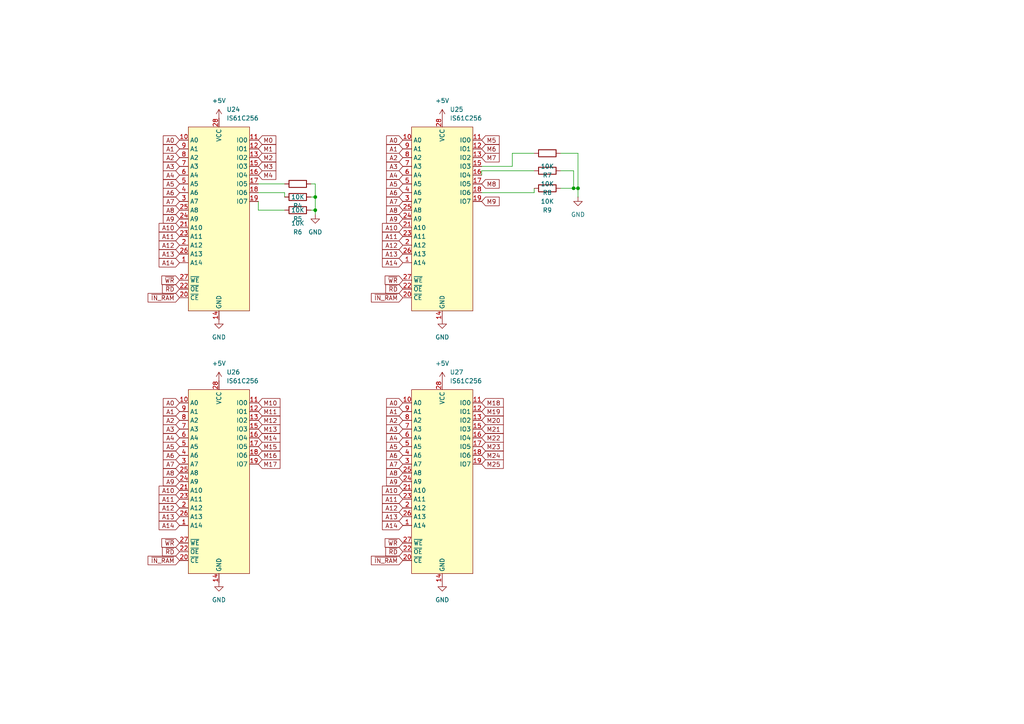
<source format=kicad_sch>
(kicad_sch (version 20250114) (generator "eeschema") (generator_version "9.0")
  (paper "A4")
  (lib_symbols
    (symbol "Device:R" (pin_numbers (hide yes)) (pin_names (offset 0))
      (property "Reference" "R" (at 2.032 0 90))
      (property "Value" "R" (at 0 0 90))
      (symbol "R_0_1"
        (rectangle (start -1.016 -2.54) (end 1.016 2.54) (stroke (width 0.254)))
      )
      (symbol "R_1_1"
        (pin passive line (at 0 3.81 270) (length 1.27) (name "~") (number "1"))
        (pin passive line (at 0 -3.81 90) (length 1.27) (name "~") (number "2"))
      )
    )
    (symbol "TholinsStuff:IS61C256"
      (property "Reference" "U" (at 2.54 -3.81 0))
      (property "Value" "IS61C256" (at 6.35 -6.35 0))
      (symbol "IS61C256_0_1"
        (rectangle (start -8.89 -7.62) (end 8.89 -60.96) (fill (type background)))
      )
      (symbol "IS61C256_1_1"
        (pin input line (at -11.43 -11.43 0) (length 2.54) (name "A0") (number "10"))
        (pin input line (at -11.43 -13.97 0) (length 2.54) (name "A1") (number "9"))
        (pin input line (at -11.43 -16.51 0) (length 2.54) (name "A2") (number "8"))
        (pin input line (at -11.43 -19.05 0) (length 2.54) (name "A3") (number "7"))
        (pin input line (at -11.43 -21.59 0) (length 2.54) (name "A4") (number "6"))
        (pin input line (at -11.43 -24.13 0) (length 2.54) (name "A5") (number "5"))
        (pin input line (at -11.43 -26.67 0) (length 2.54) (name "A6") (number "4"))
        (pin input line (at -11.43 -29.21 0) (length 2.54) (name "A7") (number "3"))
        (pin input line (at -11.43 -31.75 0) (length 2.54) (name "A8") (number "25"))
        (pin input line (at -11.43 -34.29 0) (length 2.54) (name "A9") (number "24"))
        (pin input line (at -11.43 -36.83 0) (length 2.54) (name "A10") (number "21"))
        (pin input line (at -11.43 -39.37 0) (length 2.54) (name "A11") (number "23"))
        (pin input line (at -11.43 -41.91 0) (length 2.54) (name "A12") (number "2"))
        (pin input line (at -11.43 -44.45 0) (length 2.54) (name "A13") (number "26"))
        (pin input line (at -11.43 -46.99 0) (length 2.54) (name "A14") (number "1"))
        (pin input line (at -11.43 -52.07 0) (length 2.54) (name "~{WE}") (number "27"))
        (pin input line (at -11.43 -54.61 0) (length 2.54) (name "~{OE}") (number "22"))
        (pin input line (at -11.43 -57.15 0) (length 2.54) (name "~{CE}") (number "20"))
        (pin input line (at 0 -5.08 270) (length 2.54) (name "VCC") (number "28"))
        (pin input line (at 0 -63.5 90) (length 2.54) (name "GND") (number "14"))
        (pin bidirectional line (at 11.43 -11.43 180) (length 2.54) (name "IO0") (number "11"))
        (pin bidirectional line (at 11.43 -13.97 180) (length 2.54) (name "IO1") (number "12"))
        (pin bidirectional line (at 11.43 -16.51 180) (length 2.54) (name "IO2") (number "13"))
        (pin bidirectional line (at 11.43 -19.05 180) (length 2.54) (name "IO3") (number "15"))
        (pin bidirectional line (at 11.43 -21.59 180) (length 2.54) (name "IO4") (number "16"))
        (pin bidirectional line (at 11.43 -24.13 180) (length 2.54) (name "IO5") (number "17"))
        (pin bidirectional line (at 11.43 -26.67 180) (length 2.54) (name "IO6") (number "18"))
        (pin bidirectional line (at 11.43 -29.21 180) (length 2.54) (name "IO7") (number "19"))
      )
    )
    (symbol "power:+5V" (power) (pin_numbers (hide yes)) (pin_names (offset 0) (hide yes))
      (property "Value" "+5V" (at 0 3.556 0))
      (symbol "+5V_0_1"
        (polyline (pts (xy -0.762 1.27) (xy 0 2.54)))
        (polyline (pts (xy 0 2.54) (xy 0.762 1.27)))
        (polyline (pts (xy 0 0) (xy 0 2.54)))
      )
      (symbol "+5V_1_1"
        (pin power_in line (at 0 0 90) (length 0) (name "~") (number "1"))
      )
    )
    (symbol "power:GND" (power) (pin_numbers (hide yes)) (pin_names (offset 0) (hide yes))
      (property "Value" "GND" (at 0 -3.81 0))
      (symbol "GND_0_1"
        (polyline (pts (xy 0 0) (xy 0 -1.27) (xy 1.27 -1.27) (xy 0 -2.54) (xy -1.27 -1.27) (xy 0 -1.27)))
      )
      (symbol "GND_1_1"
        (pin power_in line (at 0 0 270) (length 0) (name "~") (number "1"))
      )
    )
  )
  (junction (at 167.64 54.61))
  (junction (at 166.37 54.61))
  (junction (at 91.44 60.96))
  (junction (at 91.44 57.15))
  (wire (pts (xy 91.44 53.34) (xy 91.44 57.15)))
  (wire (pts (xy 90.17 57.15) (xy 91.44 57.15)))
  (wire (pts (xy 148.59 48.26) (xy 139.7 48.26)))
  (wire (pts (xy 154.94 49.53) (xy 139.7 49.53)))
  (wire (pts (xy 74.93 53.34) (xy 82.55 53.34)))
  (wire (pts (xy 154.94 44.45) (xy 148.59 44.45)))
  (wire (pts (xy 154.94 54.61) (xy 154.94 55.88)))
  (wire (pts (xy 166.37 49.53) (xy 166.37 54.61)))
  (wire (pts (xy 74.93 60.96) (xy 82.55 60.96)))
  (wire (pts (xy 148.59 44.45) (xy 148.59 48.26)))
  (wire (pts (xy 82.55 55.88) (xy 82.55 57.15)))
  (wire (pts (xy 90.17 60.96) (xy 91.44 60.96)))
  (wire (pts (xy 91.44 60.96) (xy 91.44 62.23)))
  (wire (pts (xy 167.64 44.45) (xy 167.64 54.61)))
  (wire (pts (xy 162.56 54.61) (xy 166.37 54.61)))
  (wire (pts (xy 162.56 44.45) (xy 167.64 44.45)))
  (wire (pts (xy 167.64 54.61) (xy 167.64 57.15)))
  (wire (pts (xy 74.93 58.42) (xy 74.93 60.96)))
  (wire (pts (xy 154.94 55.88) (xy 139.7 55.88)))
  (wire (pts (xy 90.17 53.34) (xy 91.44 53.34)))
  (wire (pts (xy 91.44 57.15) (xy 91.44 60.96)))
  (wire (pts (xy 166.37 54.61) (xy 167.64 54.61)))
  (wire (pts (xy 162.56 49.53) (xy 166.37 49.53)))
  (wire (pts (xy 139.7 49.53) (xy 139.7 50.8)))
  (wire (pts (xy 74.93 55.88) (xy 82.55 55.88)))
  (global_label "M14" (shape input) (at 74.93 127 0) (property "Intersheetrefs" "${INTERSHEET_REFS}" (effects (hide yes))))
  (global_label "~{RD}" (shape input) (at 116.84 83.82 180) (property "Intersheetrefs" "${INTERSHEET_REFS}" (effects (hide yes))))
  (global_label "A0" (shape input) (at 116.84 116.84 180) (property "Intersheetrefs" "${INTERSHEET_REFS}" (effects (hide yes))))
  (global_label "M22" (shape input) (at 139.7 127 0) (property "Intersheetrefs" "${INTERSHEET_REFS}" (effects (hide yes))))
  (global_label "M2" (shape input) (at 74.93 45.72 0) (property "Intersheetrefs" "${INTERSHEET_REFS}" (effects (hide yes))))
  (global_label "A9" (shape input) (at 52.07 139.7 180) (property "Intersheetrefs" "${INTERSHEET_REFS}" (effects (hide yes))))
  (global_label "A11" (shape input) (at 116.84 144.78 180) (property "Intersheetrefs" "${INTERSHEET_REFS}" (effects (hide yes))))
  (global_label "A14" (shape input) (at 116.84 152.4 180) (property "Intersheetrefs" "${INTERSHEET_REFS}" (effects (hide yes))))
  (global_label "M25" (shape input) (at 139.7 134.62 0) (property "Intersheetrefs" "${INTERSHEET_REFS}" (effects (hide yes))))
  (global_label "M19" (shape input) (at 139.7 119.38 0) (property "Intersheetrefs" "${INTERSHEET_REFS}" (effects (hide yes))))
  (global_label "A5" (shape input) (at 52.07 53.34 180) (property "Intersheetrefs" "${INTERSHEET_REFS}" (effects (hide yes))))
  (global_label "A10" (shape input) (at 116.84 66.04 180) (property "Intersheetrefs" "${INTERSHEET_REFS}" (effects (hide yes))))
  (global_label "A11" (shape input) (at 52.07 144.78 180) (property "Intersheetrefs" "${INTERSHEET_REFS}" (effects (hide yes))))
  (global_label "M8" (shape input) (at 139.7 53.34 0) (property "Intersheetrefs" "${INTERSHEET_REFS}" (effects (hide yes))))
  (global_label "A9" (shape input) (at 116.84 63.5 180) (property "Intersheetrefs" "${INTERSHEET_REFS}" (effects (hide yes))))
  (global_label "A7" (shape input) (at 116.84 58.42 180) (property "Intersheetrefs" "${INTERSHEET_REFS}" (effects (hide yes))))
  (global_label "M23" (shape input) (at 139.7 129.54 0) (property "Intersheetrefs" "${INTERSHEET_REFS}" (effects (hide yes))))
  (global_label "M6" (shape input) (at 139.7 43.18 0) (property "Intersheetrefs" "${INTERSHEET_REFS}" (effects (hide yes))))
  (global_label "A8" (shape input) (at 116.84 60.96 180) (property "Intersheetrefs" "${INTERSHEET_REFS}" (effects (hide yes))))
  (global_label "~{WR}" (shape input) (at 52.07 81.28 180) (property "Intersheetrefs" "${INTERSHEET_REFS}" (effects (hide yes))))
  (global_label "~{IN_RAM}" (shape input) (at 52.07 86.36 180) (property "Intersheetrefs" "${INTERSHEET_REFS}" (effects (hide yes))))
  (global_label "A0" (shape input) (at 52.07 40.64 180) (property "Intersheetrefs" "${INTERSHEET_REFS}" (effects (hide yes))))
  (global_label "A4" (shape input) (at 116.84 50.8 180) (property "Intersheetrefs" "${INTERSHEET_REFS}" (effects (hide yes))))
  (global_label "A9" (shape input) (at 52.07 63.5 180) (property "Intersheetrefs" "${INTERSHEET_REFS}" (effects (hide yes))))
  (global_label "M5" (shape input) (at 139.7 40.64 0) (property "Intersheetrefs" "${INTERSHEET_REFS}" (effects (hide yes))))
  (global_label "M18" (shape input) (at 139.7 116.84 0) (property "Intersheetrefs" "${INTERSHEET_REFS}" (effects (hide yes))))
  (global_label "M21" (shape input) (at 139.7 124.46 0) (property "Intersheetrefs" "${INTERSHEET_REFS}" (effects (hide yes))))
  (global_label "A1" (shape input) (at 52.07 43.18 180) (property "Intersheetrefs" "${INTERSHEET_REFS}" (effects (hide yes))))
  (global_label "A13" (shape input) (at 116.84 73.66 180) (property "Intersheetrefs" "${INTERSHEET_REFS}" (effects (hide yes))))
  (global_label "M10" (shape input) (at 74.93 116.84 0) (property "Intersheetrefs" "${INTERSHEET_REFS}" (effects (hide yes))))
  (global_label "A4" (shape input) (at 116.84 127 180) (property "Intersheetrefs" "${INTERSHEET_REFS}" (effects (hide yes))))
  (global_label "~{IN_RAM}" (shape input) (at 52.07 162.56 180) (property "Intersheetrefs" "${INTERSHEET_REFS}" (effects (hide yes))))
  (global_label "A2" (shape input) (at 52.07 121.92 180) (property "Intersheetrefs" "${INTERSHEET_REFS}" (effects (hide yes))))
  (global_label "A13" (shape input) (at 52.07 149.86 180) (property "Intersheetrefs" "${INTERSHEET_REFS}" (effects (hide yes))))
  (global_label "A3" (shape input) (at 116.84 48.26 180) (property "Intersheetrefs" "${INTERSHEET_REFS}" (effects (hide yes))))
  (global_label "~{WR}" (shape input) (at 116.84 81.28 180) (property "Intersheetrefs" "${INTERSHEET_REFS}" (effects (hide yes))))
  (global_label "A0" (shape input) (at 52.07 116.84 180) (property "Intersheetrefs" "${INTERSHEET_REFS}" (effects (hide yes))))
  (global_label "~{WR}" (shape input) (at 116.84 157.48 180) (property "Intersheetrefs" "${INTERSHEET_REFS}" (effects (hide yes))))
  (global_label "A3" (shape input) (at 116.84 124.46 180) (property "Intersheetrefs" "${INTERSHEET_REFS}" (effects (hide yes))))
  (global_label "A10" (shape input) (at 52.07 142.24 180) (property "Intersheetrefs" "${INTERSHEET_REFS}" (effects (hide yes))))
  (global_label "A2" (shape input) (at 116.84 45.72 180) (property "Intersheetrefs" "${INTERSHEET_REFS}" (effects (hide yes))))
  (global_label "A7" (shape input) (at 116.84 134.62 180) (property "Intersheetrefs" "${INTERSHEET_REFS}" (effects (hide yes))))
  (global_label "A12" (shape input) (at 52.07 71.12 180) (property "Intersheetrefs" "${INTERSHEET_REFS}" (effects (hide yes))))
  (global_label "~{WR}" (shape input) (at 52.07 157.48 180) (property "Intersheetrefs" "${INTERSHEET_REFS}" (effects (hide yes))))
  (global_label "A2" (shape input) (at 116.84 121.92 180) (property "Intersheetrefs" "${INTERSHEET_REFS}" (effects (hide yes))))
  (global_label "A13" (shape input) (at 52.07 73.66 180) (property "Intersheetrefs" "${INTERSHEET_REFS}" (effects (hide yes))))
  (global_label "M11" (shape input) (at 74.93 119.38 0) (property "Intersheetrefs" "${INTERSHEET_REFS}" (effects (hide yes))))
  (global_label "A11" (shape input) (at 116.84 68.58 180) (property "Intersheetrefs" "${INTERSHEET_REFS}" (effects (hide yes))))
  (global_label "A12" (shape input) (at 52.07 147.32 180) (property "Intersheetrefs" "${INTERSHEET_REFS}" (effects (hide yes))))
  (global_label "A0" (shape input) (at 116.84 40.64 180) (property "Intersheetrefs" "${INTERSHEET_REFS}" (effects (hide yes))))
  (global_label "A8" (shape input) (at 52.07 137.16 180) (property "Intersheetrefs" "${INTERSHEET_REFS}" (effects (hide yes))))
  (global_label "A9" (shape input) (at 116.84 139.7 180) (property "Intersheetrefs" "${INTERSHEET_REFS}" (effects (hide yes))))
  (global_label "M24" (shape input) (at 139.7 132.08 0) (property "Intersheetrefs" "${INTERSHEET_REFS}" (effects (hide yes))))
  (global_label "A12" (shape input) (at 116.84 147.32 180) (property "Intersheetrefs" "${INTERSHEET_REFS}" (effects (hide yes))))
  (global_label "A4" (shape input) (at 52.07 50.8 180) (property "Intersheetrefs" "${INTERSHEET_REFS}" (effects (hide yes))))
  (global_label "A6" (shape input) (at 52.07 132.08 180) (property "Intersheetrefs" "${INTERSHEET_REFS}" (effects (hide yes))))
  (global_label "M9" (shape input) (at 139.7 58.42 0) (property "Intersheetrefs" "${INTERSHEET_REFS}" (effects (hide yes))))
  (global_label "A11" (shape input) (at 52.07 68.58 180) (property "Intersheetrefs" "${INTERSHEET_REFS}" (effects (hide yes))))
  (global_label "A10" (shape input) (at 52.07 66.04 180) (property "Intersheetrefs" "${INTERSHEET_REFS}" (effects (hide yes))))
  (global_label "~{RD}" (shape input) (at 52.07 160.02 180) (property "Intersheetrefs" "${INTERSHEET_REFS}" (effects (hide yes))))
  (global_label "M16" (shape input) (at 74.93 132.08 0) (property "Intersheetrefs" "${INTERSHEET_REFS}" (effects (hide yes))))
  (global_label "M13" (shape input) (at 74.93 124.46 0) (property "Intersheetrefs" "${INTERSHEET_REFS}" (effects (hide yes))))
  (global_label "M17" (shape input) (at 74.93 134.62 0) (property "Intersheetrefs" "${INTERSHEET_REFS}" (effects (hide yes))))
  (global_label "M4" (shape input) (at 74.93 50.8 0) (property "Intersheetrefs" "${INTERSHEET_REFS}" (effects (hide yes))))
  (global_label "A14" (shape input) (at 52.07 76.2 180) (property "Intersheetrefs" "${INTERSHEET_REFS}" (effects (hide yes))))
  (global_label "A1" (shape input) (at 116.84 119.38 180) (property "Intersheetrefs" "${INTERSHEET_REFS}" (effects (hide yes))))
  (global_label "M1" (shape input) (at 74.93 43.18 0) (property "Intersheetrefs" "${INTERSHEET_REFS}" (effects (hide yes))))
  (global_label "A6" (shape input) (at 116.84 55.88 180) (property "Intersheetrefs" "${INTERSHEET_REFS}" (effects (hide yes))))
  (global_label "~{IN_RAM}" (shape input) (at 116.84 86.36 180) (property "Intersheetrefs" "${INTERSHEET_REFS}" (effects (hide yes))))
  (global_label "A6" (shape input) (at 116.84 132.08 180) (property "Intersheetrefs" "${INTERSHEET_REFS}" (effects (hide yes))))
  (global_label "A13" (shape input) (at 116.84 149.86 180) (property "Intersheetrefs" "${INTERSHEET_REFS}" (effects (hide yes))))
  (global_label "A3" (shape input) (at 52.07 48.26 180) (property "Intersheetrefs" "${INTERSHEET_REFS}" (effects (hide yes))))
  (global_label "A1" (shape input) (at 116.84 43.18 180) (property "Intersheetrefs" "${INTERSHEET_REFS}" (effects (hide yes))))
  (global_label "A12" (shape input) (at 116.84 71.12 180) (property "Intersheetrefs" "${INTERSHEET_REFS}" (effects (hide yes))))
  (global_label "A14" (shape input) (at 52.07 152.4 180) (property "Intersheetrefs" "${INTERSHEET_REFS}" (effects (hide yes))))
  (global_label "A5" (shape input) (at 116.84 129.54 180) (property "Intersheetrefs" "${INTERSHEET_REFS}" (effects (hide yes))))
  (global_label "~{RD}" (shape input) (at 116.84 160.02 180) (property "Intersheetrefs" "${INTERSHEET_REFS}" (effects (hide yes))))
  (global_label "A14" (shape input) (at 116.84 76.2 180) (property "Intersheetrefs" "${INTERSHEET_REFS}" (effects (hide yes))))
  (global_label "A4" (shape input) (at 52.07 127 180) (property "Intersheetrefs" "${INTERSHEET_REFS}" (effects (hide yes))))
  (global_label "M0" (shape input) (at 74.93 40.64 0) (property "Intersheetrefs" "${INTERSHEET_REFS}" (effects (hide yes))))
  (global_label "A8" (shape input) (at 116.84 137.16 180) (property "Intersheetrefs" "${INTERSHEET_REFS}" (effects (hide yes))))
  (global_label "M20" (shape input) (at 139.7 121.92 0) (property "Intersheetrefs" "${INTERSHEET_REFS}" (effects (hide yes))))
  (global_label "A5" (shape input) (at 52.07 129.54 180) (property "Intersheetrefs" "${INTERSHEET_REFS}" (effects (hide yes))))
  (global_label "A2" (shape input) (at 52.07 45.72 180) (property "Intersheetrefs" "${INTERSHEET_REFS}" (effects (hide yes))))
  (global_label "M12" (shape input) (at 74.93 121.92 0) (property "Intersheetrefs" "${INTERSHEET_REFS}" (effects (hide yes))))
  (global_label "A10" (shape input) (at 116.84 142.24 180) (property "Intersheetrefs" "${INTERSHEET_REFS}" (effects (hide yes))))
  (global_label "M3" (shape input) (at 74.93 48.26 0) (property "Intersheetrefs" "${INTERSHEET_REFS}" (effects (hide yes))))
  (global_label "~{IN_RAM}" (shape input) (at 116.84 162.56 180) (property "Intersheetrefs" "${INTERSHEET_REFS}" (effects (hide yes))))
  (global_label "M7" (shape input) (at 139.7 45.72 0) (property "Intersheetrefs" "${INTERSHEET_REFS}" (effects (hide yes))))
  (global_label "A7" (shape input) (at 52.07 58.42 180) (property "Intersheetrefs" "${INTERSHEET_REFS}" (effects (hide yes))))
  (global_label "~{RD}" (shape input) (at 52.07 83.82 180) (property "Intersheetrefs" "${INTERSHEET_REFS}" (effects (hide yes))))
  (global_label "A8" (shape input) (at 52.07 60.96 180) (property "Intersheetrefs" "${INTERSHEET_REFS}" (effects (hide yes))))
  (global_label "A5" (shape input) (at 116.84 53.34 180) (property "Intersheetrefs" "${INTERSHEET_REFS}" (effects (hide yes))))
  (global_label "A7" (shape input) (at 52.07 134.62 180) (property "Intersheetrefs" "${INTERSHEET_REFS}" (effects (hide yes))))
  (global_label "A3" (shape input) (at 52.07 124.46 180) (property "Intersheetrefs" "${INTERSHEET_REFS}" (effects (hide yes))))
  (global_label "A1" (shape input) (at 52.07 119.38 180) (property "Intersheetrefs" "${INTERSHEET_REFS}" (effects (hide yes))))
  (global_label "A6" (shape input) (at 52.07 55.88 180) (property "Intersheetrefs" "${INTERSHEET_REFS}" (effects (hide yes))))
  (global_label "M15" (shape input) (at 74.93 129.54 0) (property "Intersheetrefs" "${INTERSHEET_REFS}" (effects (hide yes))))
  (symbol (lib_id "power:+5V") (at 63.5 34.29 0) (unit 1)
    (property "Reference" "#PWR075" (effects (hide yes)))
    (property "Value" "+5V" (at 63.5 29.21 0))
    (property "Description" "Power symbol creates a global label with name \"+5V\"" (effects (hide yes)))
  )
  (symbol (lib_id "power:GND") (at 128.27 168.91 0) (unit 1)
    (property "Reference" "#PWR082" (effects (hide yes)))
    (property "Value" "GND" (at 128.27 173.99 0))
    (property "Description" "Power symbol creates a global label with name \"GND\" , ground" (effects (hide yes)))
  )
  (symbol (lib_id "power:GND") (at 63.5 92.71 0) (unit 1)
    (property "Reference" "#PWR079" (effects (hide yes)))
    (property "Value" "GND" (at 63.5 97.79 0))
    (property "Description" "Power symbol creates a global label with name \"GND\" , ground" (effects (hide yes)))
  )
  (symbol (lib_id "power:GND") (at 167.64 57.15 0) (unit 1)
    (property "Reference" "#PWR081" (effects (hide yes)))
    (property "Value" "GND" (at 167.64 62.23 0))
    (property "Description" "Power symbol creates a global label with name \"GND\" , ground" (effects (hide yes)))
  )
  (symbol (lib_id "Device:R") (at 86.36 60.96 270) (unit 1)
    (property "Reference" "R6" (at 86.36 67.31 90))
    (property "Value" "10K" (at 86.36 64.77 90))
    (property "Footprint" "Resistor_SMD:R_1206_3216Metric_Pad1.30x1.75mm_HandSolder" (effects (hide yes)))
    (property "VerilogCode" "assign _1 = _2;" (effects (hide yes)))
  )
  (symbol (lib_id "Device:R") (at 158.75 54.61 270) (unit 1)
    (property "Reference" "R9" (at 158.75 60.96 90))
    (property "Value" "10K" (at 158.75 58.42 90))
    (property "Footprint" "Resistor_SMD:R_1206_3216Metric_Pad1.30x1.75mm_HandSolder" (effects (hide yes)))
    (property "VerilogCode" "assign _1 = _2;" (effects (hide yes)))
  )
  (symbol (lib_id "power:+5V") (at 128.27 110.49 0) (unit 1)
    (property "Reference" "#PWR077" (effects (hide yes)))
    (property "Value" "+5V" (at 128.27 105.41 0))
    (property "Description" "Power symbol creates a global label with name \"+5V\"" (effects (hide yes)))
  )
  (symbol (lib_id "TholinsStuff:IS61C256") (at 63.5 105.41 0) (unit 1)
    (property "Reference" "U26" (at 65.6941 107.95 0) (effects (justify left)))
    (property "Value" "IS61C256" (at 65.6941 110.49 0) (effects (justify left)))
    (property "Footprint" "Package_DIP:DIP-28_W7.62mm" (effects (hide yes)))
    (property "Description" "32KiB fast SRAM" (effects (hide yes)))
    (property "VerilogCode" "mem_IS61C256 U26(`A, nWE, nOE, nCE, `IO);" (effects (hide yes)))
  )
  (symbol (lib_id "Device:R") (at 86.36 53.34 270) (unit 1)
    (property "Reference" "R4" (at 86.36 59.69 90))
    (property "Value" "10K" (at 86.36 57.15 90))
    (property "Footprint" "Resistor_SMD:R_1206_3216Metric_Pad1.30x1.75mm_HandSolder" (effects (hide yes)))
    (property "VerilogCode" "assign _1 = _2;" (effects (hide yes)))
  )
  (symbol (lib_id "Device:R") (at 158.75 49.53 270) (unit 1)
    (property "Reference" "R8" (at 158.75 55.88 90))
    (property "Value" "10K" (at 158.75 53.34 90))
    (property "Footprint" "Resistor_SMD:R_1206_3216Metric_Pad1.30x1.75mm_HandSolder" (effects (hide yes)))
    (property "VerilogCode" "assign _1 = _2;" (effects (hide yes)))
  )
  (symbol (lib_id "TholinsStuff:IS61C256") (at 128.27 29.21 0) (unit 1)
    (property "Reference" "U25" (at 130.4641 31.75 0) (effects (justify left)))
    (property "Value" "IS61C256" (at 130.4641 34.29 0) (effects (justify left)))
    (property "Footprint" "Package_DIP:DIP-28_W7.62mm" (effects (hide yes)))
    (property "Description" "32KiB fast SRAM" (effects (hide yes)))
    (property "VerilogCode" "mem_IS61C256 U25(`A, nWE, nOE, nCE, `IO);" (effects (hide yes)))
  )
  (symbol (lib_id "TholinsStuff:IS61C256") (at 63.5 29.21 0) (unit 1)
    (property "Reference" "U24" (at 65.6941 31.75 0) (effects (justify left)))
    (property "Value" "IS61C256" (at 65.6941 34.29 0) (effects (justify left)))
    (property "Footprint" "Package_DIP:DIP-28_W7.62mm" (effects (hide yes)))
    (property "Description" "32KiB fast SRAM" (effects (hide yes)))
    (property "VerilogCode" "mem_IS61C256 U24(`A, nWE, nOE, nCE, `IO);" (effects (hide yes)))
  )
  (symbol (lib_id "power:+5V") (at 128.27 34.29 0) (unit 1)
    (property "Reference" "#PWR074" (effects (hide yes)))
    (property "Value" "+5V" (at 128.27 29.21 0))
    (property "Description" "Power symbol creates a global label with name \"+5V\"" (effects (hide yes)))
  )
  (symbol (lib_id "power:GND") (at 91.44 62.23 0) (unit 1)
    (property "Reference" "#PWR076" (effects (hide yes)))
    (property "Value" "GND" (at 91.44 67.31 0))
    (property "Description" "Power symbol creates a global label with name \"GND\" , ground" (effects (hide yes)))
  )
  (symbol (lib_id "Device:R") (at 158.75 44.45 270) (unit 1)
    (property "Reference" "R7" (at 158.75 50.8 90))
    (property "Value" "10K" (at 158.75 48.26 90))
    (property "Footprint" "Resistor_SMD:R_1206_3216Metric_Pad1.30x1.75mm_HandSolder" (effects (hide yes)))
    (property "VerilogCode" "assign _1 = _2;" (effects (hide yes)))
  )
  (symbol (lib_id "Device:R") (at 86.36 57.15 270) (unit 1)
    (property "Reference" "R5" (at 86.36 63.5 90))
    (property "Value" "10K" (at 86.36 60.96 90))
    (property "Footprint" "Resistor_SMD:R_1206_3216Metric_Pad1.30x1.75mm_HandSolder" (effects (hide yes)))
    (property "VerilogCode" "assign _1 = _2;" (effects (hide yes)))
  )
  (symbol (lib_id "power:GND") (at 128.27 92.71 0) (unit 1)
    (property "Reference" "#PWR080" (effects (hide yes)))
    (property "Value" "GND" (at 128.27 97.79 0))
    (property "Description" "Power symbol creates a global label with name \"GND\" , ground" (effects (hide yes)))
  )
  (symbol (lib_id "power:GND") (at 63.5 168.91 0) (unit 1)
    (property "Reference" "#PWR083" (effects (hide yes)))
    (property "Value" "GND" (at 63.5 173.99 0))
    (property "Description" "Power symbol creates a global label with name \"GND\" , ground" (effects (hide yes)))
  )
  (symbol (lib_id "power:+5V") (at 63.5 110.49 0) (unit 1)
    (property "Reference" "#PWR078" (effects (hide yes)))
    (property "Value" "+5V" (at 63.5 105.41 0))
    (property "Description" "Power symbol creates a global label with name \"+5V\"" (effects (hide yes)))
  )
  (symbol (lib_id "TholinsStuff:IS61C256") (at 128.27 105.41 0) (unit 1)
    (property "Reference" "U27" (at 130.4641 107.95 0) (effects (justify left)))
    (property "Value" "IS61C256" (at 130.4641 110.49 0) (effects (justify left)))
    (property "Footprint" "Package_DIP:DIP-28_W7.62mm" (effects (hide yes)))
    (property "Description" "32KiB fast SRAM" (effects (hide yes)))
    (property "VerilogCode" "mem_IS61C256 U27(`A, nWE, nOE, nCE, `IO);" (effects (hide yes)))
  )
)
</source>
